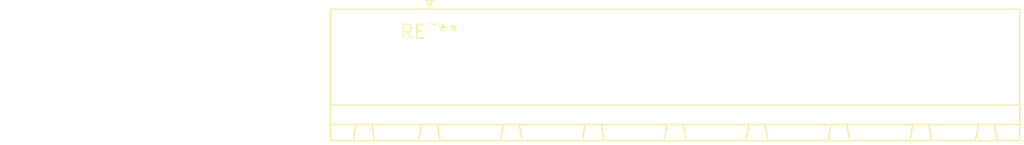
<source format=kicad_pcb>
(kicad_pcb (version 20240108) (generator pcbnew)
  (layers (0 "F.Cu" signal) (31 "B.Cu" signal) (34 "B.Paste" user) (35 "F.Paste" user) (36 "B.SilkS" user "B.Silkscreen") (37 "F.SilkS" user "F.Silkscreen") (38 "B.Mask" user) (39 "F.Mask" user) (44 "Edge.Cuts" user))
  (net 0 "")
  (footprint "PhoenixContact_GMSTB_2,5_7-GF-7,62_1x07_P7.62mm_Horizontal_ThreadedFlange" (layer "F.Cu") (at 0 0)
    (property "Reference" "REF**")
    (property "Value" "PhoenixContact_GMSTB_2,5_7-GF-7,62_1x07_P7.62mm_Horizontal_ThreadedFlange")
    (fp_line (start -9.21 -2.11) (end -9.21 10.11) (layer "F.SilkS") (stroke (width 0.12)))
    (fp_line (start -9.21 6.81) (end 54.93 6.81) (layer "F.SilkS") (stroke (width 0.12)))
    (fp_line (start -9.21 8.61) (end -9.21 6.81) (layer "F.SilkS") (stroke (width 0.12)))
    (fp_line (start -9.21 10.11) (end 54.93 10.11) (layer "F.SilkS") (stroke (width 0.12)))
    (fp_line (start -7.1 10.11) (end -5.1 10.11) (layer "F.SilkS") (stroke (width 0.12)))
    (fp_line (start -6.85 8.61) (end -7.1 10.11) (layer "F.SilkS") (stroke (width 0.12)))
    (fp_line (start -5.35 8.61) (end -6.85 8.61) (layer "F.SilkS") (stroke (width 0.12)))
    (fp_line (start -5.1 10.11) (end -5.35 8.61) (layer "F.SilkS") (stroke (width 0.12)))
    (fp_line (start -1 10.11) (end 1 10.11) (layer "F.SilkS") (stroke (width 0.12)))
    (fp_line (start -0.75 8.61) (end -1 10.11) (layer "F.SilkS") (stroke (width 0.12)))
    (fp_line (start -0.3 -2.91) (end 0.3 -2.91) (layer "F.SilkS") (stroke (width 0.12)))
    (fp_line (start 0 -2.31) (end -0.3 -2.91) (layer "F.SilkS") (stroke (width 0.12)))
    (fp_line (start 0.3 -2.91) (end 0 -2.31) (layer "F.SilkS") (stroke (width 0.12)))
    (fp_line (start 0.75 8.61) (end -0.75 8.61) (layer "F.SilkS") (stroke (width 0.12)))
    (fp_line (start 1 10.11) (end 0.75 8.61) (layer "F.SilkS") (stroke (width 0.12)))
    (fp_line (start 6.62 10.11) (end 8.62 10.11) (layer "F.SilkS") (stroke (width 0.12)))
    (fp_line (start 6.87 8.61) (end 6.62 10.11) (layer "F.SilkS") (stroke (width 0.12)))
    (fp_line (start 8.37 8.61) (end 6.87 8.61) (layer "F.SilkS") (stroke (width 0.12)))
    (fp_line (start 8.62 10.11) (end 8.37 8.61) (layer "F.SilkS") (stroke (width 0.12)))
    (fp_line (start 14.24 10.11) (end 16.24 10.11) (layer "F.SilkS") (stroke (width 0.12)))
    (fp_line (start 14.49 8.61) (end 14.24 10.11) (layer "F.SilkS") (stroke (width 0.12)))
    (fp_line (start 15.99 8.61) (end 14.49 8.61) (layer "F.SilkS") (stroke (width 0.12)))
    (fp_line (start 16.24 10.11) (end 15.99 8.61) (layer "F.SilkS") (stroke (width 0.12)))
    (fp_line (start 21.86 10.11) (end 23.86 10.11) (layer "F.SilkS") (stroke (width 0.12)))
    (fp_line (start 22.11 8.61) (end 21.86 10.11) (layer "F.SilkS") (stroke (width 0.12)))
    (fp_line (start 23.61 8.61) (end 22.11 8.61) (layer "F.SilkS") (stroke (width 0.12)))
    (fp_line (start 23.86 10.11) (end 23.61 8.61) (layer "F.SilkS") (stroke (width 0.12)))
    (fp_line (start 29.48 10.11) (end 31.48 10.11) (layer "F.SilkS") (stroke (width 0.12)))
    (fp_line (start 29.73 8.61) (end 29.48 10.11) (layer "F.SilkS") (stroke (width 0.12)))
    (fp_line (start 31.23 8.61) (end 29.73 8.61) (layer "F.SilkS") (stroke (width 0.12)))
    (fp_line (start 31.48 10.11) (end 31.23 8.61) (layer "F.SilkS") (stroke (width 0.12)))
    (fp_line (start 37.1 10.11) (end 39.1 10.11) (layer "F.SilkS") (stroke (width 0.12)))
    (fp_line (start 37.35 8.61) (end 37.1 10.11) (layer "F.SilkS") (stroke (width 0.12)))
    (fp_line (start 38.85 8.61) (end 37.35 8.61) (layer "F.SilkS") (stroke (width 0.12)))
    (fp_line (start 39.1 10.11) (end 38.85 8.61) (layer "F.SilkS") (stroke (width 0.12)))
    (fp_line (start 44.72 10.11) (end 46.72 10.11) (layer "F.SilkS") (stroke (width 0.12)))
    (fp_line (start 44.97 8.61) (end 44.72 10.11) (layer "F.SilkS") (stroke (width 0.12)))
    (fp_line (start 46.47 8.61) (end 44.97 8.61) (layer "F.SilkS") (stroke (width 0.12)))
    (fp_line (start 46.72 10.11) (end 46.47 8.61) (layer "F.SilkS") (stroke (width 0.12)))
    (fp_line (start 50.82 10.11) (end 52.82 10.11) (layer "F.SilkS") (stroke (width 0.12)))
    (fp_line (start 51.07 8.61) (end 50.82 10.11) (layer "F.SilkS") (stroke (width 0.12)))
    (fp_line (start 52.57 8.61) (end 51.07 8.61) (layer "F.SilkS") (stroke (width 0.12)))
    (fp_line (start 52.82 10.11) (end 52.57 8.61) (layer "F.SilkS") (stroke (width 0.12)))
    (fp_line (start 54.93 -2.11) (end -9.21 -2.11) (layer "F.SilkS") (stroke (width 0.12)))
    (fp_line (start 54.93 6.81) (end 54.93 8.61) (layer "F.SilkS") (stroke (width 0.12)))
    (fp_line (start 54.93 8.61) (end -9.21 8.61) (layer "F.SilkS") (stroke (width 0.12)))
    (fp_line (start 54.93 10.11) (end 54.93 -2.11) (layer "F.SilkS") (stroke (width 0.12)))
    (pad "1" thru_hole roundrect (at 0 0) (size 2.1 3.6) (drill 1.4) (layers *.Cu *.Mask) (remove_unused_layers) (roundrect_rratio 0.119048))
    (pad "2" thru_hole oval (at 7.62 0) (size 2.1 3.6) (drill 1.4) (layers *.Cu *.Mask) (remove_unused_layers))
    (pad "3" thru_hole oval (at 15.24 0) (size 2.1 3.6) (drill 1.4) (layers *.Cu *.Mask) (remove_unused_layers))
    (pad "4" thru_hole oval (at 22.86 0) (size 2.1 3.6) (drill 1.4) (layers *.Cu *.Mask) (remove_unused_layers))
    (pad "5" thru_hole oval (at 30.48 0) (size 2.1 3.6) (drill 1.4) (layers *.Cu *.Mask) (remove_unused_layers))
    (pad "6" thru_hole oval (at 38.1 0) (size 2.1 3.6) (drill 1.4) (layers *.Cu *.Mask) (remove_unused_layers))
    (pad "7" thru_hole oval (at 45.72 0) (size 2.1 3.6) (drill 1.4) (layers *.Cu *.Mask) (remove_unused_layers))
  )
)
</source>
